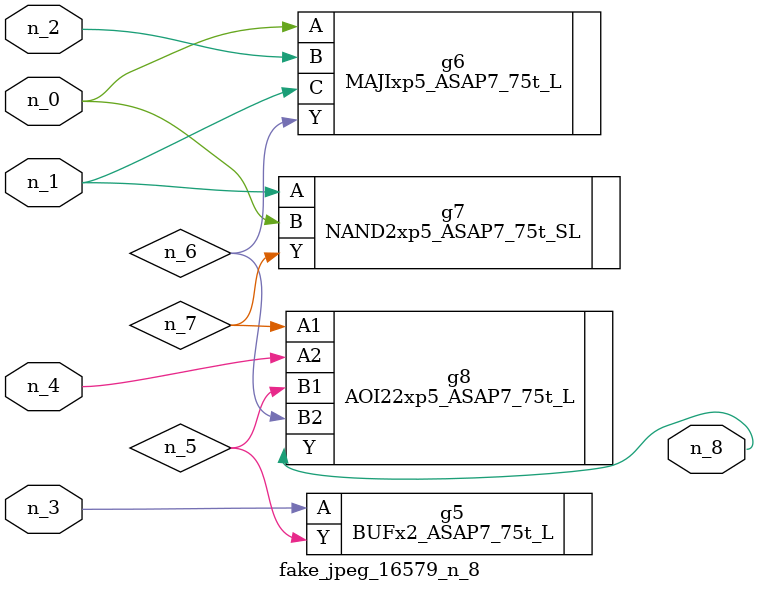
<source format=v>
module fake_jpeg_16579_n_8 (n_3, n_2, n_1, n_0, n_4, n_8);

input n_3;
input n_2;
input n_1;
input n_0;
input n_4;

output n_8;

wire n_6;
wire n_5;
wire n_7;

BUFx2_ASAP7_75t_L g5 ( 
.A(n_3),
.Y(n_5)
);

MAJIxp5_ASAP7_75t_L g6 ( 
.A(n_0),
.B(n_2),
.C(n_1),
.Y(n_6)
);

NAND2xp5_ASAP7_75t_SL g7 ( 
.A(n_1),
.B(n_0),
.Y(n_7)
);

AOI22xp5_ASAP7_75t_L g8 ( 
.A1(n_7),
.A2(n_4),
.B1(n_5),
.B2(n_6),
.Y(n_8)
);


endmodule
</source>
